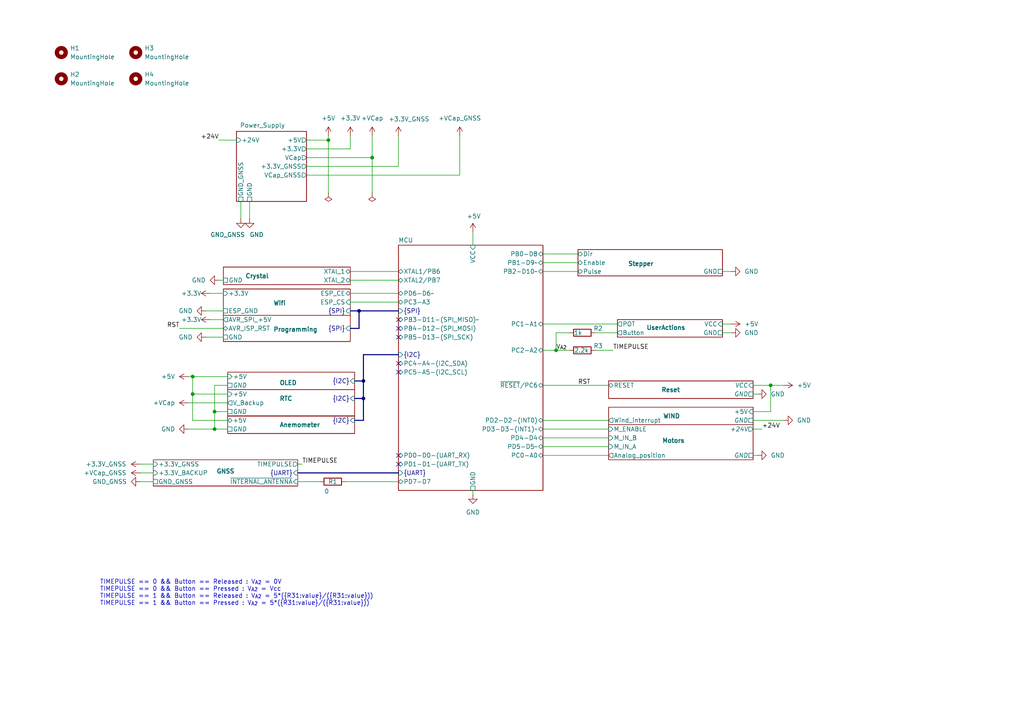
<source format=kicad_sch>
(kicad_sch (version 20231120) (generator "eeschema") (generator_version "8.0")
  (paper "A4")
  (title_block (title "SunTracker - Hierarchical schematic") (date "2024-04-17") (rev "1.0") (company "CREPP"))
  (lib_symbols
    (symbol "Device:R" (pin_numbers hide) (pin_names (offset 0))
      (property "Reference" "R" (at 2.032 0 90))
      (property "Value" "R" (at 0 0 90))
      (symbol "R_0_1"
        (rectangle (start -1.016 -2.54) (end 1.016 2.54) (stroke (width 0.254)))
      )
      (symbol "R_1_1"
        (pin passive line (at 0 3.81 270) (length 1.27) (name "~") (number "1"))
        (pin passive line (at 0 -3.81 90) (length 1.27) (name "~") (number "2"))
      )
    )
    (symbol "GND_1" (power) (pin_numbers hide) (pin_names (offset 0) hide)
      (property "Value" "GND" (at 0 -3.81 0))
      (symbol "GND_1_0_1"
        (polyline (pts (xy 0 0) (xy 0 -1.27) (xy 1.27 -1.27) (xy 0 -2.54) (xy -1.27 -1.27) (xy 0 -1.27)))
      )
      (symbol "GND_1_1_1"
        (pin power_in line (at 0 0 270) (length 0) (name "~") (number "1"))
      )
    )
    (symbol "Mechanical:MountingHole" (pin_names (offset 1.016))
      (property "Reference" "H" (at 0 5.08 0))
      (property "Value" "MountingHole" (at 0 3.175 0))
      (symbol "MountingHole_0_1"
        (circle (center 0 0) (radius 1.27) (stroke (width 1.27)))
      )
    )
    (symbol "power:+3.3V" (power) (pin_names (offset 0))
      (property "Value" "+3.3V" (at 0 3.556 0))
      (symbol "+3.3V_0_1"
        (polyline (pts (xy -0.762 1.27) (xy 0 2.54)))
        (polyline (pts (xy 0 0) (xy 0 2.54)))
        (polyline (pts (xy 0 2.54) (xy 0.762 1.27)))
      )
      (symbol "+3.3V_1_1"
        (pin power_in line (at 0 0 90) (length 0) hide (name "+3.3V") (number "1"))
      )
    )
    (symbol "power:+5V" (power) (pin_names (offset 0))
      (property "Value" "+5V" (at 0 3.556 0))
      (symbol "+5V_0_1"
        (polyline (pts (xy -0.762 1.27) (xy 0 2.54)))
        (polyline (pts (xy 0 0) (xy 0 2.54)))
        (polyline (pts (xy 0 2.54) (xy 0.762 1.27)))
      )
      (symbol "+5V_1_1"
        (pin power_in line (at 0 0 90) (length 0) hide (name "+5V") (number "1"))
      )
    )
    (symbol "power:GND" (power) (pin_names (offset 0))
      (property "Value" "GND" (at 0 -3.81 0))
      (symbol "GND_0_1"
        (polyline (pts (xy 0 0) (xy 0 -1.27) (xy 1.27 -1.27) (xy 0 -2.54) (xy -1.27 -1.27) (xy 0 -1.27)))
      )
      (symbol "GND_1_1"
        (pin power_in line (at 0 0 270) (length 0) hide (name "GND") (number "1"))
      )
    )
    (symbol "power:PWR_FLAG" (power) (pin_numbers hide) (pin_names (offset 0) hide)
      (property "Value" "PWR_FLAG" (at 0 3.81 0))
      (symbol "PWR_FLAG_0_0"
        (pin power_out line (at 0 0 90) (length 0) (name "~") (number "1"))
      )
      (symbol "PWR_FLAG_0_1"
        (polyline (pts (xy 0 0) (xy 0 1.27) (xy -1.016 1.905) (xy 0 2.54) (xy 1.016 1.905) (xy 0 1.27)))
      )
    )
  )
  (bus_alias "" (members))
  (bus_alias "I2C" (members "SDA" "SCL"))
  (bus_alias "SPI" (members "MOSI" "MISO" "CLK"))
  (bus_alias "UART" (members "RX" "TX"))
  (junction (at 107.95 45.72))
  (junction (at 223.52 111.76))
  (junction (at 105.41 115.57))
  (junction (at 55.88 109.22))
  (junction (at 55.88 114.3))
  (junction (at 104.14 90.17))
  (junction (at 62.23 124.46))
  (junction (at 105.41 110.49))
  (junction (at 95.25 40.64))
  (junction (at 62.23 119.38))
  (junction (at 161.29 101.6))
  (no_connect (at 115.57 92.71))
  (no_connect (at 115.57 134.62))
  (no_connect (at 115.57 105.41))
  (no_connect (at 115.57 107.95))
  (no_connect (at 115.57 97.79))
  (no_connect (at 115.57 95.25))
  (no_connect (at 115.57 132.08))
  (wire (pts (xy 101.6 43.18) (xy 88.9 43.18)))
  (wire (pts (xy 66.04 119.38) (xy 62.23 119.38)))
  (wire (pts (xy 62.23 111.76) (xy 62.23 119.38)))
  (wire (pts (xy 157.48 121.92) (xy 176.53 121.92)))
  (wire (pts (xy 40.64 139.7) (xy 44.45 139.7)))
  (wire (pts (xy 55.88 121.92) (xy 55.88 114.3)))
  (wire (pts (xy 218.44 132.08) (xy 219.71 132.08)))
  (wire (pts (xy 66.04 111.76) (xy 62.23 111.76)))
  (wire (pts (xy 54.61 116.84) (xy 66.04 116.84)))
  (wire (pts (xy 59.69 90.17) (xy 64.77 90.17)))
  (wire (pts (xy 223.52 111.76) (xy 218.44 111.76)))
  (wire (pts (xy 69.85 58.42) (xy 69.85 63.5)))
  (wire (pts (xy 218.44 114.3) (xy 219.71 114.3)))
  (bus (pts (xy 105.41 110.49) (xy 105.41 115.57)))
  (wire (pts (xy 133.35 50.8) (xy 88.9 50.8)))
  (wire (pts (xy 52.07 95.25) (xy 64.77 95.25)))
  (wire (pts (xy 101.6 39.37) (xy 101.6 43.18)))
  (wire (pts (xy 218.44 119.38) (xy 223.52 119.38)))
  (wire (pts (xy 209.55 78.74) (xy 212.09 78.74)))
  (wire (pts (xy 218.44 124.46) (xy 220.98 124.46)))
  (wire (pts (xy 95.25 40.64) (xy 88.9 40.64)))
  (wire (pts (xy 62.23 119.38) (xy 62.23 124.46)))
  (wire (pts (xy 115.57 39.37) (xy 115.57 48.26)))
  (wire (pts (xy 100.33 139.7) (xy 115.57 139.7)))
  (wire (pts (xy 115.57 48.26) (xy 88.9 48.26)))
  (wire (pts (xy 59.69 97.79) (xy 64.77 97.79)))
  (bus (pts (xy 102.87 121.92) (xy 105.41 121.92)))
  (wire (pts (xy 223.52 119.38) (xy 223.52 111.76)))
  (wire (pts (xy 209.55 93.98) (xy 212.09 93.98)))
  (wire (pts (xy 157.48 78.74) (xy 167.64 78.74)))
  (wire (pts (xy 157.48 73.66) (xy 167.64 73.66)))
  (wire (pts (xy 161.29 96.52) (xy 165.1 96.52)))
  (wire (pts (xy 88.9 45.72) (xy 107.95 45.72)))
  (wire (pts (xy 54.61 109.22) (xy 55.88 109.22)))
  (bus (pts (xy 105.41 115.57) (xy 105.41 121.92)))
  (bus (pts (xy 104.14 90.17) (xy 104.14 95.25)))
  (bus (pts (xy 104.14 90.17) (xy 115.57 90.17)))
  (wire (pts (xy 86.36 139.7) (xy 92.71 139.7)))
  (wire (pts (xy 137.16 67.31) (xy 137.16 71.12)))
  (bus (pts (xy 105.41 102.87) (xy 105.41 110.49)))
  (wire (pts (xy 40.64 137.16) (xy 44.45 137.16)))
  (wire (pts (xy 72.39 58.42) (xy 72.39 63.5)))
  (wire (pts (xy 60.96 85.09) (xy 64.77 85.09)))
  (wire (pts (xy 101.6 78.74) (xy 115.57 78.74)))
  (wire (pts (xy 172.72 101.6) (xy 177.8 101.6)))
  (wire (pts (xy 60.96 92.71) (xy 64.77 92.71)))
  (wire (pts (xy 107.95 39.37) (xy 107.95 45.72)))
  (wire (pts (xy 137.16 142.24) (xy 137.16 143.51)))
  (wire (pts (xy 95.25 40.64) (xy 95.25 55.88)))
  (wire (pts (xy 101.6 81.28) (xy 115.57 81.28)))
  (wire (pts (xy 63.5 40.64) (xy 68.58 40.64)))
  (bus (pts (xy 101.6 95.25) (xy 104.14 95.25)))
  (wire (pts (xy 54.61 124.46) (xy 62.23 124.46)))
  (wire (pts (xy 157.48 76.2) (xy 167.64 76.2)))
  (wire (pts (xy 95.25 39.37) (xy 95.25 40.64)))
  (wire (pts (xy 209.55 96.52) (xy 212.09 96.52)))
  (wire (pts (xy 172.72 96.52) (xy 179.07 96.52)))
  (wire (pts (xy 157.48 132.08) (xy 176.53 132.08)))
  (bus (pts (xy 102.87 110.49) (xy 105.41 110.49)))
  (wire (pts (xy 40.64 134.62) (xy 44.45 134.62)))
  (wire (pts (xy 107.95 45.72) (xy 107.95 55.88)))
  (wire (pts (xy 66.04 121.92) (xy 55.88 121.92)))
  (wire (pts (xy 157.48 127) (xy 176.53 127)))
  (wire (pts (xy 66.04 114.3) (xy 55.88 114.3)))
  (wire (pts (xy 86.36 134.62) (xy 87.63 134.62)))
  (wire (pts (xy 157.48 124.46) (xy 176.53 124.46)))
  (bus (pts (xy 105.41 102.87) (xy 115.57 102.87)))
  (wire (pts (xy 227.33 111.76) (xy 223.52 111.76)))
  (wire (pts (xy 157.48 101.6) (xy 161.29 101.6)))
  (wire (pts (xy 66.04 109.22) (xy 55.88 109.22)))
  (wire (pts (xy 157.48 111.76) (xy 176.53 111.76)))
  (bus (pts (xy 101.6 90.17) (xy 104.14 90.17)))
  (wire (pts (xy 218.44 121.92) (xy 227.33 121.92)))
  (wire (pts (xy 161.29 101.6) (xy 165.1 101.6)))
  (wire (pts (xy 101.6 85.09) (xy 115.57 85.09)))
  (wire (pts (xy 133.35 39.37) (xy 133.35 50.8)))
  (wire (pts (xy 101.6 87.63) (xy 115.57 87.63)))
  (wire (pts (xy 161.29 96.52) (xy 161.29 101.6)))
  (wire (pts (xy 55.88 114.3) (xy 55.88 109.22)))
  (wire (pts (xy 66.04 124.46) (xy 62.23 124.46)))
  (bus (pts (xy 102.87 115.57) (xy 105.41 115.57)))
  (wire (pts (xy 63.5 81.28) (xy 64.77 81.28)))
  (bus (pts (xy 86.36 137.16) (xy 115.57 137.16)))
  (wire (pts (xy 157.48 129.54) (xy 176.53 129.54)))
  (wire (pts (xy 157.48 93.98) (xy 179.07 93.98)))
  (text "TIMEPULSE == 0 && Button == Released : V_{A2} = 0V\nTIMEPULSE == 0 && Button == Pressed : V_{A2} = Vcc\nTIMEPULSE == 1 && Button == Released : V_{A2} = 5*({R31:value}/({R31:value}))\nTIMEPULSE == 1 && Button == Pressed : V_{A2} = 5*({R31:value}/({R31:value}))" (at 28.956 171.958 0) (effects (font (size 1.27 1.27)) (justify left)))
  (label "RST" (at 52.07 95.25 180))
  (label "+24V" (at 220.98 124.46 0))
  (label "TIMEPULSE" (at 87.63 134.62 0))
  (label "TIMEPULSE" (at 177.8 101.6 0))
  (label "RST" (at 167.64 111.76 0))
  (label "+24V" (at 63.5 40.64 180))
  (label "V_{A_{2}}" (at 161.29 101.6 0))
  (symbol (lib_name "GND_1") (lib_id "power:GND") (at 72.39 63.5 0) (unit 1)
    (property "Reference" "#PWR013" (effects (hide yes)))
    (property "Value" "GND" (at 74.422 68.072 0))
    (property "Description" "Power symbol creates a global label with name \"GND\" , ground" (effects (hide yes)))
  )
  (symbol (lib_id "power:+5V") (at 212.09 93.98 270) (unit 1)
    (property "Reference" "#PWR022" (effects (hide yes)))
    (property "Value" "+5V" (at 215.9 93.9799 90) (effects (justify left)))
  )
  (symbol (lib_id "power:+3.3V") (at 40.64 137.16 90) (unit 1)
    (property "Reference" "#PWR02" (effects (hide yes)))
    (property "Value" "+VCap_GNSS" (at 30.48 137.16 90))
  )
  (symbol (lib_id "power:+3.3V") (at 54.61 116.84 90) (unit 1)
    (property "Reference" "#PWR05" (effects (hide yes)))
    (property "Value" "+VCap" (at 50.8 116.8399 90) (effects (justify left)))
  )
  (symbol (lib_id "power:GND") (at 59.69 90.17 270) (unit 1)
    (property "Reference" "#PWR07" (effects (hide yes)))
    (property "Value" "GND" (at 55.88 90.1701 90) (effects (justify right)))
  )
  (symbol (lib_id "power:+3.3V") (at 40.64 134.62 90) (unit 1)
    (property "Reference" "#PWR01" (effects (hide yes)))
    (property "Value" "+3.3V_GNSS" (at 30.734 134.62 90))
  )
  (symbol (lib_id "power:PWR_FLAG") (at 95.25 55.88 180) (unit 1)
    (property "Reference" "#FLG01" (effects (hide yes)))
    (property "Value" "PWR_FLAG" (effects (hide yes)))
    (property "Description" "Special symbol for telling ERC where power comes from" (effects (hide yes)))
  )
  (symbol (lib_id "power:+5V") (at 227.33 111.76 270) (unit 1)
    (property "Reference" "#PWR026" (effects (hide yes)))
    (property "Value" "+5V" (at 231.14 111.7599 90) (effects (justify left)))
  )
  (symbol (lib_id "power:+5V") (at 95.25 39.37 0) (unit 1)
    (property "Reference" "#PWR014" (effects (hide yes)))
    (property "Value" "+5V" (at 95.25 34.29 0))
  )
  (symbol (lib_id "power:GND") (at 219.71 132.08 90) (unit 1)
    (property "Reference" "#PWR025" (effects (hide yes)))
    (property "Value" "GND" (at 223.52 132.0799 90) (effects (justify right)))
  )
  (symbol (lib_id "power:+5V") (at 137.16 67.31 0) (unit 1)
    (property "Reference" "#PWR019" (effects (hide yes)))
    (property "Value" "+5V" (at 137.414 62.738 0))
  )
  (symbol (lib_name "GND_1") (lib_id "power:GND") (at 54.61 124.46 270) (unit 1)
    (property "Reference" "#PWR06" (effects (hide yes)))
    (property "Value" "GND" (at 50.8 124.4599 90) (effects (justify right)))
    (property "Description" "Power symbol creates a global label with name \"GND\" , ground" (effects (hide yes)))
  )
  (symbol (lib_id "power:+3.3V") (at 101.6 39.37 0) (unit 1)
    (property "Reference" "#PWR015" (effects (hide yes)))
    (property "Value" "+3.3V" (at 101.6 34.29 0))
  )
  (symbol (lib_id "power:GND") (at 219.71 114.3 90) (unit 1)
    (property "Reference" "#PWR024" (effects (hide yes)))
    (property "Value" "GND" (at 223.52 114.2999 90) (effects (justify right)))
  )
  (symbol (lib_id "Device:R") (at 168.91 96.52 90) (unit 1)
    (property "Reference" "R2" (at 173.482 95.25 90))
    (property "Value" "1k" (at 167.64 96.52 90))
    (property "Footprint" "Resistor_SMD:R_0603_1608Metric" (effects (hide yes)))
  )
  (symbol (lib_id "power:GND") (at 59.69 97.79 270) (unit 1)
    (property "Reference" "#PWR08" (effects (hide yes)))
    (property "Value" "GND" (at 55.88 97.7901 90) (effects (justify right)))
  )
  (symbol (lib_id "Mechanical:MountingHole") (at 17.78 22.86 0) (unit 1)
    (property "Reference" "H2" (at 20.32 21.59 0) (effects (justify left)))
    (property "Value" "MountingHole" (at 20.32 24.13 0) (effects (justify left)))
    (property "Footprint" "MountingHole:MountingHole_3mm" (effects (hide yes)))
  )
  (symbol (lib_id "power:GND") (at 212.09 96.52 90) (unit 1)
    (property "Reference" "#PWR023" (effects (hide yes)))
    (property "Value" "GND" (at 215.9 96.5199 90) (effects (justify right)))
  )
  (symbol (lib_id "Device:R") (at 168.91 101.6 90) (unit 1)
    (property "Reference" "R3" (at 173.482 100.33 90))
    (property "Value" "2.2k" (at 168.656 101.6 90))
    (property "Footprint" "Resistor_SMD:R_0603_1608Metric" (effects (hide yes)))
  )
  (symbol (lib_id "power:+5V") (at 54.61 109.22 90) (unit 1)
    (property "Reference" "#PWR04" (effects (hide yes)))
    (property "Value" "+5V" (at 50.8 109.2199 90) (effects (justify left)))
  )
  (symbol (lib_name "GND_1") (lib_id "power:GND") (at 63.5 81.28 270) (unit 1)
    (property "Reference" "#PWR011" (effects (hide yes)))
    (property "Value" "GND" (at 59.69 81.2799 90) (effects (justify right)))
    (property "Description" "Power symbol creates a global label with name \"GND\" , ground" (effects (hide yes)))
  )
  (symbol (lib_id "Device:R") (at 96.52 139.7 90) (unit 1)
    (property "Reference" "R1" (at 96.52 139.7 90))
    (property "Value" "0" (at 94.742 142.494 90))
    (property "Footprint" "Resistor_SMD:R_0603_1608Metric" (effects (hide yes)))
  )
  (symbol (lib_id "Mechanical:MountingHole") (at 39.37 22.86 0) (unit 1)
    (property "Reference" "H4" (at 41.91 21.59 0) (effects (justify left)))
    (property "Value" "MountingHole" (at 41.91 24.13 0) (effects (justify left)))
    (property "Footprint" "MountingHole:MountingHole_3mm" (effects (hide yes)))
  )
  (symbol (lib_name "GND_1") (lib_id "power:GND") (at 69.85 63.5 0) (unit 1)
    (property "Reference" "#PWR012" (effects (hide yes)))
    (property "Value" "GND_GNSS" (at 66.04 68.072 0))
    (property "Description" "Power symbol creates a global label with name \"GND\" , ground" (effects (hide yes)))
  )
  (symbol (lib_id "Mechanical:MountingHole") (at 39.37 15.24 0) (unit 1)
    (property "Reference" "H3" (at 41.91 13.97 0) (effects (justify left)))
    (property "Value" "MountingHole" (at 41.91 16.51 0) (effects (justify left)))
    (property "Footprint" "MountingHole:MountingHole_3mm" (effects (hide yes)))
  )
  (symbol (lib_id "power:GND") (at 212.09 78.74 90) (unit 1)
    (property "Reference" "#PWR021" (effects (hide yes)))
    (property "Value" "GND" (at 215.9 78.7399 90) (effects (justify right)))
  )
  (symbol (lib_id "Mechanical:MountingHole") (at 17.78 15.24 0) (unit 1)
    (property "Reference" "H1" (at 20.32 13.97 0) (effects (justify left)))
    (property "Value" "MountingHole" (at 20.32 16.51 0) (effects (justify left)))
    (property "Footprint" "MountingHole:MountingHole_3mm" (effects (hide yes)))
  )
  (symbol (lib_name "GND_1") (lib_id "power:GND") (at 137.16 143.51 0) (unit 1)
    (property "Reference" "#PWR020" (effects (hide yes)))
    (property "Value" "GND" (at 137.16 148.59 0))
    (property "Description" "Power symbol creates a global label with name \"GND\" , ground" (effects (hide yes)))
  )
  (symbol (lib_id "power:+3.3V") (at 115.57 39.37 0) (unit 1)
    (property "Reference" "#PWR017" (effects (hide yes)))
    (property "Value" "+3.3V_GNSS" (at 118.618 34.544 0))
  )
  (symbol (lib_id "power:+3.3V") (at 60.96 85.09 90) (unit 1)
    (property "Reference" "#PWR09" (effects (hide yes)))
    (property "Value" "+3.3V" (at 58.42 85.0899 90) (effects (justify left)))
  )
  (symbol (lib_id "power:+3.3V") (at 133.35 39.37 0) (unit 1)
    (property "Reference" "#PWR018" (effects (hide yes)))
    (property "Value" "+VCap_GNSS" (at 133.35 34.29 0))
  )
  (symbol (lib_id "power:+3.3V") (at 60.96 92.71 90) (unit 1)
    (property "Reference" "#PWR010" (effects (hide yes)))
    (property "Value" "+3.3V" (at 58.42 92.7099 90) (effects (justify left)))
  )
  (symbol (lib_id "power:GND") (at 227.33 121.92 90) (unit 1)
    (property "Reference" "#PWR027" (effects (hide yes)))
    (property "Value" "GND" (at 231.14 121.9199 90) (effects (justify right)))
  )
  (symbol (lib_id "power:PWR_FLAG") (at 107.95 55.88 180) (unit 1)
    (property "Reference" "#FLG02" (effects (hide yes)))
    (property "Value" "PWR_FLAG" (effects (hide yes)))
    (property "Description" "Special symbol for telling ERC where power comes from" (effects (hide yes)))
  )
  (symbol (lib_id "power:+3.3V") (at 107.95 39.37 0) (unit 1)
    (property "Reference" "#PWR016" (effects (hide yes)))
    (property "Value" "+VCap" (at 107.95 34.29 0))
  )
  (symbol (lib_name "GND_1") (lib_id "power:GND") (at 40.64 139.7 270) (unit 1)
    (property "Reference" "#PWR03" (effects (hide yes)))
    (property "Value" "GND_GNSS" (at 36.83 139.6999 90) (effects (justify right)))
    (property "Description" "Power symbol creates a global label with name \"GND\" , ground" (effects (hide yes)))
  )
  (sheet (at 176.53 118.11) (size 41.91 5.08) (stroke (width 0.1524))
    (property "Sheetname" "WIND" (at 192.278 121.412 0) (effects (font (bold yes)) (justify left bottom)))
    (property "Sheetfile" "Modules/WIND.kicad_sch" (effects (hide yes)))
    (pin "GND" passive (at 218.44 121.92 0) (effects (font (italic yes))))
    (pin "Wind_interrupt" output (at 176.53 121.92 180))
    (pin "+5V" input (at 218.44 119.38 0))
  )
  (sheet (at 179.07 92.71) (size 30.48 5.08) (stroke (width 0.1524))
    (property "Sheetname" "UserActions" (at 187.452 95.758 0) (effects (font (bold yes)) (justify left bottom)))
    (property "Sheetfile" "UserActions.kicad_sch" (effects (hide yes)))
    (pin "VCC" input (at 209.55 93.98 0))
    (pin "Button" output (at 179.07 96.52 180))
    (pin "POT" output (at 179.07 93.98 180))
    (pin "GND" passive (at 209.55 96.52 0))
  )
  (sheet (at 176.53 123.19) (size 41.91 10.16) (stroke (width 0.1524))
    (property "Sheetname" "Motors" (at 192.024 128.524 0) (effects (font (bold yes)) (justify left bottom)))
    (property "Sheetfile" "Modules/Motor_Control.kicad_sch" (effects (hide yes)))
    (pin "M_IN_B" input (at 176.53 127 180))
    (pin "M_IN_A" input (at 176.53 129.54 180))
    (pin "M_ENABLE" input (at 176.53 124.46 180))
    (pin "GND" passive (at 218.44 132.08 0) (effects (font (italic yes))))
    (pin "+24V" output (at 218.44 124.46 0) (effects (font (italic yes))))
    (pin "Analog_position" output (at 176.53 132.08 180))
  )
  (sheet (at 68.58 38.1) (size 20.32 20.32) (stroke (width 0.1524))
    (property "Sheetname" "Power_Supply" (at 69.596 37.084 0) (effects (justify left bottom)))
    (property "Sheetfile" "Modules/Power_supply.kicad_sch" (effects (hide yes)))
    (pin "GND" passive (at 72.39 58.42 270))
    (pin "+24V" input (at 68.58 40.64 180))
    (pin "+5V" output (at 88.9 40.64 0))
    (pin "+3.3V" output (at 88.9 43.18 0))
    (pin "VCap" output (at 88.9 45.72 0))
    (pin "+3.3V_GNSS" output (at 88.9 48.26 0))
    (pin "GND_GNSS" passive (at 69.85 58.42 270))
    (pin "VCap_GNSS" output (at 88.9 50.8 0))
  )
  (sheet (at 66.04 113.03) (size 36.83 7.62) (stroke (width 0.1524))
    (property "Sheetname" "RTC" (at 81.026 116.332 0) (effects (font (bold yes)) (justify left bottom)))
    (property "Sheetfile" "Modules/RTC.kicad_sch" (effects (hide yes)))
    (pin "GND" passive (at 66.04 119.38 180) (effects (font (italic yes))))
    (pin "+5V" input (at 66.04 114.3 180) (effects (font (italic yes))))
    (pin "{I2C}" input (at 102.87 115.57 0))
    (pin "V_Backup" output (at 66.04 116.84 180))
  )
  (sheet (at 64.77 83.82) (size 36.83 7.62) (stroke (width 0.1524))
    (property "Sheetname" "Wifi" (at 79.248 88.646 0) (effects (font (bold yes)) (justify left bottom)))
    (property "Sheetfile" "Modules/Wifi.kicad_sch" (effects (hide yes)))
    (pin "ESP_GND" passive (at 64.77 90.17 180))
    (pin "+3.3V" input (at 64.77 85.09 180))
    (pin "ESP_CE" bidirectional (at 101.6 85.09 0))
    (pin "{SPI}" input (at 101.6 90.17 0))
    (pin "ESP_CS" input (at 101.6 87.63 0))
  )
  (sheet (at 115.57 71.12) (size 41.91 71.12) (stroke (width 0.1524))
    (property "Sheetname" "MCU" (at 115.57 70.4084 0) (effects (justify left bottom)))
    (property "Sheetfile" "Modules/MCU.kicad_sch" (effects (hide yes)))
    (pin "VCC" input (at 137.16 71.12 90))
    (pin "~{RESET}/PC6" bidirectional (at 157.48 111.76 0))
    (pin "XTAL1/PB6" bidirectional (at 115.57 78.74 180))
    (pin "XTAL2/PB7" bidirectional (at 115.57 81.28 180))
    (pin "PC2-A2" bidirectional (at 157.48 101.6 0))
    (pin "PC3-A3" bidirectional (at 115.57 87.63 180))
    (pin "PC1-A1" bidirectional (at 157.48 93.98 0))
    (pin "PC0-A0" bidirectional (at 157.48 132.08 0))
    (pin "{I2C}" input (at 115.57 102.87 180))
    (pin "{SPI}" input (at 115.57 90.17 180))
    (pin "{UART}" input (at 115.57 137.16 180))
    (pin "PD2-D2-(INT0)" bidirectional (at 157.48 121.92 0))
    (pin "PD3-D3-(INT1)~" bidirectional (at 157.48 124.46 0))
    (pin "PD4-D4" bidirectional (at 157.48 127 0))
    (pin "PB0-D8" bidirectional (at 157.48 73.66 0))
    (pin "PD7-D7" bidirectional (at 115.57 139.7 180))
    (pin "PD6-D6~" bidirectional (at 115.57 85.09 180))
    (pin "PB1-D9~" bidirectional (at 157.48 76.2 0))
    (pin "PB2-D10~" bidirectional (at 157.48 78.74 0))
    (pin "PB4-D12-(SPI_MOSI)" bidirectional (at 115.57 95.25 180))
    (pin "PB5-D13-(SPI_SCK)" bidirectional (at 115.57 97.79 180))
    (pin "PB3-D11-(SPI_MISO)~" bidirectional (at 115.57 92.71 180))
    (pin "PC4-A4-(I2C_SDA)" bidirectional (at 115.57 105.41 180))
    (pin "PD0-D0-(UART_RX)" bidirectional (at 115.57 132.08 180))
    (pin "PC5-A5-(I2C_SCL)" bidirectional (at 115.57 107.95 180))
    (pin "PD1-D1-(UART_TX)" bidirectional (at 115.57 134.62 180))
    (pin "PD5-D5~" bidirectional (at 157.48 129.54 0))
    (pin "GND" passive (at 137.16 142.24 270))
  )
  (sheet (at 64.77 91.44) (size 36.83 7.62) (stroke (width 0.1524))
    (property "Sheetname" "Programming" (at 79.248 96.266 0) (effects (font (bold yes)) (justify left bottom)))
    (property "Sheetfile" "Modules/Programming.kicad_sch" (effects (hide yes)))
    (pin "{SPI}" input (at 101.6 95.25 0))
    (pin "GND" passive (at 64.77 97.79 180))
    (pin "AVR_ISP_RST" bidirectional (at 64.77 95.25 180))
    (pin "AVR_SPI_+5V" output (at 64.77 92.71 180))
  )
  (sheet (at 44.45 133.35) (size 41.91 7.62) (stroke (width 0.1524))
    (property "Sheetname" "GNSS" (at 62.738 137.414 0) (effects (font (bold yes)) (justify left bottom)))
    (property "Sheetfile" "Modules/GNSS.kicad_sch" (effects (hide yes)))
    (pin "~{INTERNAL_ANTENNA}" input (at 86.36 139.7 0))
    (pin "TIMEPULSE" output (at 86.36 134.62 0))
    (pin "{UART}" input (at 86.36 137.16 0))
    (pin "+3.3V_GNSS" input (at 44.45 134.62 180))
    (pin "+3.3V_BACKUP" input (at 44.45 137.16 180))
    (pin "GND_GNSS" passive (at 44.45 139.7 180))
  )
  (sheet (at 64.77 77.47) (size 36.83 5.08) (stroke (width 0.1524))
    (property "Sheetname" "Crystal" (at 71.12 80.772 0) (effects (font (bold yes)) (justify left bottom)))
    (property "Sheetfile" "Modules/Xtal.kicad_sch" (effects (hide yes)))
    (pin "XTAl_1" bidirectional (at 101.6 78.74 0))
    (pin "XTAl_2" bidirectional (at 101.6 81.28 0))
    (pin "GND" passive (at 64.77 81.28 180) (effects (font (italic yes))))
  )
  (sheet (at 176.53 110.49) (size 41.91 5.08) (stroke (width 0.1524))
    (property "Sheetname" "Reset" (at 191.77 113.792 0) (effects (font (bold yes)) (justify left bottom)))
    (property "Sheetfile" "Modules/Reset.kicad_sch" (effects (hide yes)))
    (pin "GND" passive (at 218.44 114.3 0) (effects (font (italic yes))))
    (pin "RESET" bidirectional (at 176.53 111.76 180))
    (pin "VCC" input (at 218.44 111.76 0) (effects (font (italic yes))))
  )
  (sheet (at 167.64 72.39) (size 41.91 7.62) (stroke (width 0.1524))
    (property "Sheetname" "Stepper" (at 182.118 77.216 0) (effects (font (bold yes)) (justify left bottom)))
    (property "Sheetfile" "Modules/Stepper.kicad_sch" (effects (hide yes)))
    (pin "Dir" bidirectional (at 167.64 73.66 180))
    (pin "Pulse" bidirectional (at 167.64 78.74 180))
    (pin "Enable" bidirectional (at 167.64 76.2 180))
    (pin "GND" passive (at 209.55 78.74 0))
  )
  (sheet (at 66.04 107.95) (size 36.83 5.08) (stroke (width 0.1524))
    (property "Sheetname" "OLED" (at 81.026 111.76 0) (effects (font (bold yes)) (justify left bottom)))
    (property "Sheetfile" "Modules/OLED.kicad_sch" (effects (hide yes)))
    (pin "GND" passive (at 66.04 111.76 180) (effects (font (italic yes))))
    (pin "+5V" input (at 66.04 109.22 180) (effects (font (italic yes))))
    (pin "{I2C}" input (at 102.87 110.49 0))
  )
  (sheet (at 66.04 120.65) (size 36.83 5.08) (stroke (width 0.1524))
    (property "Sheetname" "Anemometer" (at 81.026 123.952 0) (effects (font (bold yes)) (justify left bottom)))
    (property "Sheetfile" "Modules/Anemometer.kicad_sch" (effects (hide yes)))
    (pin "GND" passive (at 66.04 124.46 180) (effects (font (italic yes))))
    (pin "{I2C}" input (at 102.87 121.92 0))
    (pin "+5V" bidirectional (at 66.04 121.92 180))
  )
)
</source>
